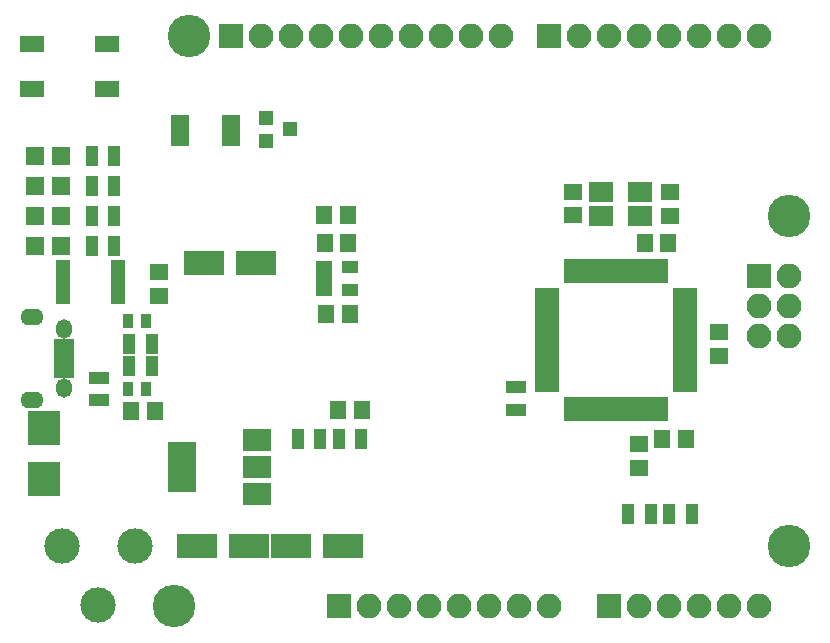
<source format=gts>
G04 #@! TF.FileFunction,Soldermask,Top*
%FSLAX46Y46*%
G04 Gerber Fmt 4.6, Leading zero omitted, Abs format (unit mm)*
G04 Created by KiCad (PCBNEW 4.0.7) date 10/12/17 20:03:31*
%MOMM*%
%LPD*%
G01*
G04 APERTURE LIST*
%ADD10C,0.100000*%
%ADD11C,3.000000*%
%ADD12R,3.400000X2.000000*%
%ADD13R,1.650000X1.400000*%
%ADD14R,1.400000X1.650000*%
%ADD15R,1.600000X1.600000*%
%ADD16R,2.100000X2.100000*%
%ADD17O,2.100000X2.100000*%
%ADD18R,1.750000X0.800000*%
%ADD19O,1.350000X1.650000*%
%ADD20O,1.950000X1.400000*%
%ADD21R,1.300000X1.200000*%
%ADD22R,1.100000X1.700000*%
%ADD23R,1.700000X1.100000*%
%ADD24R,0.900000X1.300000*%
%ADD25R,2.100000X1.400000*%
%ADD26R,1.500000X0.800000*%
%ADD27R,2.000000X0.960000*%
%ADD28R,0.960000X2.000000*%
%ADD29R,2.400000X4.200000*%
%ADD30R,2.400000X1.900000*%
%ADD31R,1.460000X1.050000*%
%ADD32R,2.000000X1.700000*%
%ADD33R,2.700000X2.900000*%
%ADD34C,3.600000*%
%ADD35R,1.250000X3.830000*%
G04 APERTURE END LIST*
D10*
D11*
X75565000Y-119380000D03*
X81765000Y-119380000D03*
X78665000Y-124380000D03*
D12*
X87630000Y-95377000D03*
X92030000Y-95377000D03*
D13*
X83820000Y-96155000D03*
X83820000Y-98155000D03*
X118810126Y-91360164D03*
X118810126Y-89360164D03*
X127065126Y-89376164D03*
X127065126Y-91376164D03*
X131191000Y-101235000D03*
X131191000Y-103235000D03*
X124460000Y-110744000D03*
X124460000Y-112744000D03*
D14*
X128397000Y-110300000D03*
X126397000Y-110300000D03*
X98949000Y-107823000D03*
X100949000Y-107823000D03*
X124900000Y-93700000D03*
X126900000Y-93700000D03*
D12*
X87040000Y-119380000D03*
X91440000Y-119380000D03*
D14*
X97933000Y-99695000D03*
X99933000Y-99695000D03*
D12*
X99355000Y-119380000D03*
X94955000Y-119380000D03*
D14*
X99806000Y-93726000D03*
X97806000Y-93726000D03*
D15*
X75500000Y-86360000D03*
X73300000Y-86360000D03*
X75479000Y-93980000D03*
X73279000Y-93980000D03*
X75479000Y-91440000D03*
X73279000Y-91440000D03*
X75479000Y-88900000D03*
X73279000Y-88900000D03*
D16*
X99060000Y-124460000D03*
D17*
X101600000Y-124460000D03*
X104140000Y-124460000D03*
X106680000Y-124460000D03*
X109220000Y-124460000D03*
X111760000Y-124460000D03*
X114300000Y-124460000D03*
X116840000Y-124460000D03*
D16*
X121920000Y-124460000D03*
D17*
X124460000Y-124460000D03*
X127000000Y-124460000D03*
X129540000Y-124460000D03*
X132080000Y-124460000D03*
X134620000Y-124460000D03*
D16*
X89916000Y-76200000D03*
D17*
X92456000Y-76200000D03*
X94996000Y-76200000D03*
X97536000Y-76200000D03*
X100076000Y-76200000D03*
X102616000Y-76200000D03*
X105156000Y-76200000D03*
X107696000Y-76200000D03*
X110236000Y-76200000D03*
X112776000Y-76200000D03*
D16*
X116840000Y-76200000D03*
D17*
X119380000Y-76200000D03*
X121920000Y-76200000D03*
X124460000Y-76200000D03*
X127000000Y-76200000D03*
X129540000Y-76200000D03*
X132080000Y-76200000D03*
X134620000Y-76200000D03*
D16*
X134620000Y-96520000D03*
D17*
X137160000Y-96520000D03*
X134620000Y-99060000D03*
X137160000Y-99060000D03*
X134620000Y-101600000D03*
X137160000Y-101600000D03*
D18*
X75725000Y-102165000D03*
X75725000Y-102815000D03*
X75725000Y-103465000D03*
X75725000Y-104115000D03*
X75725000Y-104765000D03*
D19*
X75725000Y-100965000D03*
X75725000Y-105965000D03*
D20*
X73025000Y-99965000D03*
X73025000Y-106965000D03*
D14*
X99790000Y-91313000D03*
X97790000Y-91313000D03*
X81423000Y-107950000D03*
X83423000Y-107950000D03*
D21*
X92869000Y-83124000D03*
X92869000Y-85024000D03*
X94869000Y-84074000D03*
D22*
X80010000Y-93980000D03*
X78110000Y-93980000D03*
X125404000Y-116621000D03*
X123504000Y-116621000D03*
X80010000Y-91440000D03*
X78110000Y-91440000D03*
X128899000Y-116621000D03*
X126999000Y-116621000D03*
X80005000Y-88900000D03*
X78105000Y-88900000D03*
D23*
X114000000Y-105900000D03*
X114000000Y-107800000D03*
D22*
X95520022Y-110296324D03*
X97420022Y-110296324D03*
X99015022Y-110296324D03*
X100915022Y-110296324D03*
X83185000Y-104140000D03*
X81285000Y-104140000D03*
X83185000Y-102235000D03*
X81285000Y-102235000D03*
X80005000Y-86360000D03*
X78105000Y-86360000D03*
D23*
X78740000Y-105095000D03*
X78740000Y-106995000D03*
D24*
X81165000Y-100330000D03*
X82665000Y-100330000D03*
X81165000Y-106045000D03*
X82665000Y-106045000D03*
D25*
X73050000Y-76840000D03*
X79350000Y-76840000D03*
X73050000Y-80640000D03*
X79350000Y-80640000D03*
D26*
X85607000Y-83226000D03*
X85607000Y-83876000D03*
X85607000Y-84526000D03*
X85607000Y-85176000D03*
X89907000Y-85176000D03*
X89907000Y-84526000D03*
X89907000Y-83876000D03*
X89907000Y-83226000D03*
D27*
X128350000Y-105900000D03*
X128350000Y-105100000D03*
X128350000Y-104300000D03*
X128350000Y-103500000D03*
X128350000Y-102700000D03*
X128350000Y-101900000D03*
X128350000Y-101100000D03*
X128350000Y-100300000D03*
X128350000Y-99500000D03*
X128350000Y-98700000D03*
X128350000Y-97900000D03*
D28*
X126500000Y-96050000D03*
X125700000Y-96050000D03*
X124900000Y-96050000D03*
X124100000Y-96050000D03*
X123300000Y-96050000D03*
X122500000Y-96050000D03*
X121700000Y-96050000D03*
X120900000Y-96050000D03*
X120100000Y-96050000D03*
X119300000Y-96050000D03*
X118500000Y-96050000D03*
D27*
X116650000Y-97900000D03*
X116650000Y-98700000D03*
X116650000Y-99500000D03*
X116650000Y-100300000D03*
X116650000Y-101100000D03*
X116650000Y-101900000D03*
X116650000Y-102700000D03*
X116650000Y-103500000D03*
X116650000Y-104300000D03*
X116650000Y-105100000D03*
X116650000Y-105900000D03*
D28*
X118500000Y-107750000D03*
X119300000Y-107750000D03*
X120100000Y-107750000D03*
X120900000Y-107750000D03*
X121700000Y-107750000D03*
X122500000Y-107750000D03*
X123300000Y-107750000D03*
X124100000Y-107750000D03*
X124900000Y-107750000D03*
X125700000Y-107750000D03*
X126500000Y-107750000D03*
D29*
X85775000Y-112635000D03*
D30*
X92075000Y-112635000D03*
X92075000Y-110335000D03*
X92075000Y-114935000D03*
D31*
X97749000Y-95758000D03*
X97749000Y-96708000D03*
X97749000Y-97658000D03*
X99949000Y-97658000D03*
X99949000Y-95758000D03*
D32*
X124525126Y-89392164D03*
X121225126Y-89392164D03*
X121225126Y-91392164D03*
X124525126Y-91392164D03*
D33*
X74041000Y-113656000D03*
X74041000Y-109356000D03*
D34*
X137160000Y-91440000D03*
X137160000Y-119380000D03*
X85090000Y-124460000D03*
X86360000Y-76200000D03*
D35*
X80300000Y-97000000D03*
X75700000Y-97000000D03*
M02*

</source>
